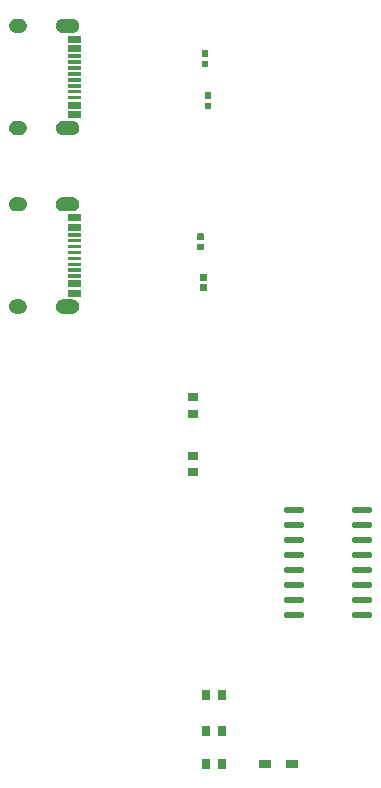
<source format=gtp>
G04 Layer: TopPasteMaskLayer*
G04 EasyEDA Pro v2.2.44.9, 2025-12-02 00:09:12*
G04 Gerber Generator version 0.3*
G04 Scale: 100 percent, Rotated: No, Reflected: No*
G04 Dimensions in millimeters*
G04 Leading zeros omitted, absolute positions, 4 integers and 5 decimals*
G04 Generated by one-click*
%FSLAX45Y45*%
%MOMM*%
%ADD10R,0.8X0.9*%
%ADD11R,0.9X0.8*%
%ADD12R,1.0X0.75001*%
%ADD13O,1.74501X0.55999*%
%ADD14C,0.9958*%
G75*


G04 PolygonModel Start*
G36*
G01X2690000Y6249200D02*
G01X2644000Y6249200D01*
G01X2640000Y6253201D01*
G01X2640000Y6303264D01*
G01X2644000Y6307265D01*
G01X2690000Y6307265D01*
G01X2694000Y6303264D01*
G01X2694000Y6253201D01*
G01X2690000Y6249200D01*
G37*
G36*
G01X2690000Y6222200D02*
G01X2644000Y6222200D01*
G01X2640000Y6218199D01*
G01X2640000Y6168136D01*
G01X2644000Y6164136D01*
G01X2690000Y6164136D01*
G01X2694000Y6168136D01*
G01X2694000Y6218199D01*
G01X2690000Y6222200D01*
G37*
G36*
G01X2715400Y5906300D02*
G01X2669400Y5906300D01*
G01X2665400Y5910301D01*
G01X2665400Y5960364D01*
G01X2669400Y5964365D01*
G01X2715400Y5964365D01*
G01X2719400Y5960364D01*
G01X2719400Y5910301D01*
G01X2715400Y5906300D01*
G37*
G36*
G01X2715400Y5879300D02*
G01X2669400Y5879300D01*
G01X2665400Y5875299D01*
G01X2665400Y5825236D01*
G01X2669400Y5821236D01*
G01X2715400Y5821236D01*
G01X2719400Y5825236D01*
G01X2719400Y5875299D01*
G01X2715400Y5879300D01*
G37*
G36*
G01X2728100Y7798600D02*
G01X2682100Y7798600D01*
G01X2678100Y7802601D01*
G01X2678100Y7852664D01*
G01X2682100Y7856665D01*
G01X2728100Y7856665D01*
G01X2732100Y7852664D01*
G01X2732100Y7802601D01*
G01X2728100Y7798600D01*
G37*
G36*
G01X2728100Y7771600D02*
G01X2682100Y7771600D01*
G01X2678100Y7767599D01*
G01X2678100Y7717536D01*
G01X2682100Y7713536D01*
G01X2728100Y7713536D01*
G01X2732100Y7717536D01*
G01X2732100Y7767599D01*
G01X2728100Y7771600D01*
G37*
G36*
G01X2753500Y7443000D02*
G01X2707500Y7443000D01*
G01X2703500Y7447001D01*
G01X2703500Y7497064D01*
G01X2707500Y7501065D01*
G01X2753500Y7501065D01*
G01X2757500Y7497064D01*
G01X2757500Y7447001D01*
G01X2753500Y7443000D01*
G37*
G36*
G01X2753500Y7416000D02*
G01X2707500Y7416000D01*
G01X2703500Y7411999D01*
G01X2703500Y7361936D01*
G01X2707500Y7357936D01*
G01X2753500Y7357936D01*
G01X2757500Y7361936D01*
G01X2757500Y7411999D01*
G01X2753500Y7416000D01*
G37*
G36*
G01X1541404Y5981393D02*
G01X1651404Y5981393D01*
G01X1651404Y6011395D01*
G01X1541404Y6011395D01*
G01X1541404Y5981393D01*
G37*
G36*
G01X1651404Y5961383D02*
G01X1541404Y5961383D01*
G01X1541404Y5931380D01*
G01X1651404Y5931380D01*
G01X1651404Y5961383D01*
G37*
G36*
G01X1651404Y6471402D02*
G01X1541404Y6471402D01*
G01X1541404Y6411402D01*
G01X1651404Y6411402D01*
G01X1651404Y6471402D01*
G37*
G36*
G01X1541404Y6031405D02*
G01X1651404Y6031405D01*
G01X1651404Y6061408D01*
G01X1541404Y6061408D01*
G01X1541404Y6031405D01*
G37*
G36*
G01X1651404Y5911383D02*
G01X1541404Y5911383D01*
G01X1541404Y5851383D01*
G01X1651404Y5851383D01*
G01X1651404Y5911383D01*
G37*
G36*
G01X1541404Y5771398D02*
G01X1651404Y5771398D01*
G01X1651404Y5831398D01*
G01X1541404Y5831398D01*
G01X1541404Y5771398D01*
G37*
G36*
G01X1541404Y6081392D02*
G01X1651404Y6081392D01*
G01X1651404Y6111395D01*
G01X1541404Y6111395D01*
G01X1541404Y6081392D01*
G37*
G36*
G01X1541404Y6131405D02*
G01X1651404Y6131405D01*
G01X1651404Y6161408D01*
G01X1541404Y6161408D01*
G01X1541404Y6131405D01*
G37*
G36*
G01X1651404Y6391392D02*
G01X1541404Y6391392D01*
G01X1541404Y6331392D01*
G01X1651404Y6331392D01*
G01X1651404Y6391392D01*
G37*
G36*
G01X1541404Y6181392D02*
G01X1651404Y6181392D01*
G01X1651404Y6211395D01*
G01X1541404Y6211395D01*
G01X1541404Y6181392D01*
G37*
G36*
G01X1541404Y6231379D02*
G01X1651404Y6231379D01*
G01X1651404Y6261382D01*
G01X1541404Y6261382D01*
G01X1541404Y6231379D01*
G37*
G36*
G01X1541404Y6281392D02*
G01X1651404Y6281392D01*
G01X1651404Y6311395D01*
G01X1541404Y6311395D01*
G01X1541404Y6281392D01*
G37*
G36*
G01X1641244Y5684418D02*
G01X1641394Y5687405D01*
G01X1641394Y5690398D01*
G01X1641244Y5693385D01*
G01X1640947Y5696361D01*
G01X1640500Y5699321D01*
G01X1639908Y5702252D01*
G01X1639169Y5705152D01*
G01X1638287Y5708010D01*
G01X1637264Y5710822D01*
G01X1636103Y5713578D01*
G01X1634805Y5716275D01*
G01X1633372Y5718901D01*
G01X1631813Y5721454D01*
G01X1630129Y5723926D01*
G01X1628320Y5726311D01*
G01X1626398Y5728602D01*
G01X1624363Y5730796D01*
G01X1622222Y5732884D01*
G01X1619979Y5734865D01*
G01X1617640Y5736730D01*
G01X1615211Y5738475D01*
G01X1612697Y5740098D01*
G01X1610106Y5741594D01*
G01X1607444Y5742960D01*
G01X1604719Y5744190D01*
G01X1601932Y5745282D01*
G01X1599098Y5746237D01*
G01X1596217Y5747047D01*
G01X1593301Y5747713D01*
G01X1590355Y5748231D01*
G01X1587386Y5748604D01*
G01X1584401Y5748828D01*
G01X1581412Y5748901D01*
G01X1501412Y5748901D01*
G01X1498422Y5748828D01*
G01X1495438Y5748604D01*
G01X1492468Y5748231D01*
G01X1489522Y5747713D01*
G01X1486606Y5747047D01*
G01X1483726Y5746237D01*
G01X1480891Y5745282D01*
G01X1478105Y5744190D01*
G01X1475379Y5742960D01*
G01X1472717Y5741594D01*
G01X1470127Y5740098D01*
G01X1467612Y5738475D01*
G01X1465184Y5736730D01*
G01X1462844Y5734865D01*
G01X1460602Y5732884D01*
G01X1458460Y5730796D01*
G01X1456426Y5728602D01*
G01X1454503Y5726311D01*
G01X1452695Y5723926D01*
G01X1451011Y5721454D01*
G01X1449451Y5718901D01*
G01X1448018Y5716275D01*
G01X1446721Y5713578D01*
G01X1445560Y5710822D01*
G01X1444536Y5708010D01*
G01X1443655Y5705152D01*
G01X1442916Y5702252D01*
G01X1442324Y5699321D01*
G01X1441877Y5696361D01*
G01X1441580Y5693385D01*
G01X1441430Y5690398D01*
G01X1441430Y5687405D01*
G01X1441580Y5684418D01*
G01X1441877Y5681442D01*
G01X1442324Y5678482D01*
G01X1442916Y5675551D01*
G01X1443655Y5672651D01*
G01X1444536Y5669793D01*
G01X1445560Y5666981D01*
G01X1446721Y5664225D01*
G01X1448018Y5661528D01*
G01X1449451Y5658902D01*
G01X1451011Y5656349D01*
G01X1452695Y5653877D01*
G01X1454503Y5651492D01*
G01X1456426Y5649201D01*
G01X1458460Y5647007D01*
G01X1460602Y5644919D01*
G01X1462844Y5642938D01*
G01X1465184Y5641073D01*
G01X1467612Y5639328D01*
G01X1470127Y5637705D01*
G01X1472717Y5636209D01*
G01X1475379Y5634843D01*
G01X1478105Y5633613D01*
G01X1480891Y5632521D01*
G01X1483726Y5631566D01*
G01X1486606Y5630756D01*
G01X1489522Y5630090D01*
G01X1492468Y5629572D01*
G01X1495438Y5629199D01*
G01X1498422Y5628975D01*
G01X1501412Y5628902D01*
G01X1581412Y5628902D01*
G01X1584401Y5628975D01*
G01X1587386Y5629199D01*
G01X1590355Y5629572D01*
G01X1593301Y5630090D01*
G01X1596217Y5630756D01*
G01X1599098Y5631566D01*
G01X1601932Y5632521D01*
G01X1604719Y5633613D01*
G01X1607444Y5634843D01*
G01X1610106Y5636209D01*
G01X1612697Y5637705D01*
G01X1615211Y5639328D01*
G01X1617640Y5641073D01*
G01X1619979Y5642938D01*
G01X1622222Y5644919D01*
G01X1624363Y5647007D01*
G01X1626398Y5649201D01*
G01X1628320Y5651492D01*
G01X1630129Y5653877D01*
G01X1631813Y5656349D01*
G01X1633372Y5658902D01*
G01X1634805Y5661528D01*
G01X1636103Y5664225D01*
G01X1637264Y5666981D01*
G01X1638287Y5669793D01*
G01X1639169Y5672651D01*
G01X1639908Y5675551D01*
G01X1640500Y5678482D01*
G01X1640947Y5681442D01*
G01X1641244Y5684418D01*
G37*
G36*
G01X1641394Y6555395D02*
G01X1641244Y6558382D01*
G01X1640947Y6561358D01*
G01X1640500Y6564318D01*
G01X1639908Y6567249D01*
G01X1639169Y6570149D01*
G01X1638287Y6573007D01*
G01X1637264Y6575819D01*
G01X1636103Y6578575D01*
G01X1634805Y6581272D01*
G01X1633372Y6583898D01*
G01X1631813Y6586451D01*
G01X1630129Y6588923D01*
G01X1628320Y6591308D01*
G01X1626398Y6593599D01*
G01X1624363Y6595793D01*
G01X1622222Y6597881D01*
G01X1619979Y6599862D01*
G01X1617640Y6601727D01*
G01X1615211Y6603472D01*
G01X1612697Y6605095D01*
G01X1610106Y6606591D01*
G01X1607444Y6607957D01*
G01X1604719Y6609187D01*
G01X1601932Y6610279D01*
G01X1599098Y6611234D01*
G01X1596217Y6612044D01*
G01X1593301Y6612710D01*
G01X1590355Y6613228D01*
G01X1587386Y6613601D01*
G01X1584401Y6613825D01*
G01X1581412Y6613898D01*
G01X1501412Y6613898D01*
G01X1498422Y6613825D01*
G01X1495438Y6613601D01*
G01X1492468Y6613228D01*
G01X1489522Y6612710D01*
G01X1486606Y6612044D01*
G01X1483726Y6611234D01*
G01X1480891Y6610279D01*
G01X1478105Y6609187D01*
G01X1475379Y6607957D01*
G01X1472717Y6606591D01*
G01X1470127Y6605095D01*
G01X1467612Y6603472D01*
G01X1465184Y6601727D01*
G01X1462844Y6599862D01*
G01X1460602Y6597881D01*
G01X1458460Y6595793D01*
G01X1456426Y6593599D01*
G01X1454503Y6591308D01*
G01X1452695Y6588923D01*
G01X1451011Y6586451D01*
G01X1449451Y6583898D01*
G01X1448018Y6581272D01*
G01X1446721Y6578575D01*
G01X1445560Y6575819D01*
G01X1444536Y6573007D01*
G01X1443655Y6570149D01*
G01X1442916Y6567249D01*
G01X1442324Y6564318D01*
G01X1441877Y6561358D01*
G01X1441580Y6558382D01*
G01X1441430Y6555395D01*
G01X1441430Y6552402D01*
G01X1441580Y6549415D01*
G01X1441877Y6546439D01*
G01X1442324Y6543479D01*
G01X1442916Y6540548D01*
G01X1443655Y6537648D01*
G01X1444536Y6534790D01*
G01X1445560Y6531978D01*
G01X1446721Y6529222D01*
G01X1448018Y6526525D01*
G01X1449451Y6523899D01*
G01X1451011Y6521346D01*
G01X1452695Y6518874D01*
G01X1454503Y6516489D01*
G01X1456426Y6514198D01*
G01X1458460Y6512004D01*
G01X1460602Y6509916D01*
G01X1462844Y6507935D01*
G01X1465184Y6506070D01*
G01X1467612Y6504325D01*
G01X1470127Y6502702D01*
G01X1472717Y6501206D01*
G01X1475379Y6499840D01*
G01X1478105Y6498610D01*
G01X1480891Y6497518D01*
G01X1483726Y6496563D01*
G01X1486606Y6495753D01*
G01X1489522Y6495087D01*
G01X1492468Y6494569D01*
G01X1495438Y6494196D01*
G01X1498422Y6493972D01*
G01X1501412Y6493899D01*
G01X1581412Y6493899D01*
G01X1584401Y6493972D01*
G01X1587386Y6494196D01*
G01X1590355Y6494569D01*
G01X1593301Y6495087D01*
G01X1596217Y6495753D01*
G01X1599098Y6496563D01*
G01X1601932Y6497518D01*
G01X1604719Y6498610D01*
G01X1607444Y6499840D01*
G01X1610106Y6501206D01*
G01X1612697Y6502702D01*
G01X1615211Y6504325D01*
G01X1617640Y6506070D01*
G01X1619979Y6507935D01*
G01X1622222Y6509916D01*
G01X1624363Y6512004D01*
G01X1626398Y6514198D01*
G01X1628320Y6516489D01*
G01X1630129Y6518874D01*
G01X1631813Y6521346D01*
G01X1633372Y6523899D01*
G01X1634805Y6526525D01*
G01X1636103Y6529222D01*
G01X1637264Y6531978D01*
G01X1638287Y6534790D01*
G01X1639169Y6537648D01*
G01X1639908Y6540548D01*
G01X1640500Y6543479D01*
G01X1640947Y6546439D01*
G01X1641244Y6549415D01*
G01X1641394Y6552402D01*
G01X1641394Y6555395D01*
G37*
G36*
G01X1196228Y6549415D02*
G01X1196378Y6552402D01*
G01X1196378Y6555395D01*
G01X1196228Y6558382D01*
G01X1195931Y6561358D01*
G01X1195484Y6564318D01*
G01X1194892Y6567249D01*
G01X1194153Y6570149D01*
G01X1193272Y6573007D01*
G01X1192248Y6575819D01*
G01X1191087Y6578575D01*
G01X1189789Y6581272D01*
G01X1188357Y6583898D01*
G01X1186797Y6586451D01*
G01X1185113Y6588923D01*
G01X1183305Y6591308D01*
G01X1181382Y6593599D01*
G01X1179347Y6595793D01*
G01X1177206Y6597881D01*
G01X1174963Y6599862D01*
G01X1172624Y6601727D01*
G01X1170196Y6603472D01*
G01X1167681Y6605095D01*
G01X1165090Y6606591D01*
G01X1162428Y6607957D01*
G01X1159703Y6609187D01*
G01X1156917Y6610279D01*
G01X1154082Y6611234D01*
G01X1151202Y6612044D01*
G01X1148286Y6612710D01*
G01X1145339Y6613228D01*
G01X1142370Y6613601D01*
G01X1139386Y6613825D01*
G01X1136396Y6613898D01*
G01X1106396Y6613898D01*
G01X1103406Y6613825D01*
G01X1100422Y6613601D01*
G01X1097453Y6613228D01*
G01X1094506Y6612710D01*
G01X1091590Y6612044D01*
G01X1088710Y6611234D01*
G01X1085875Y6610279D01*
G01X1083089Y6609187D01*
G01X1080364Y6607957D01*
G01X1077702Y6606591D01*
G01X1075111Y6605095D01*
G01X1072596Y6603472D01*
G01X1070168Y6601727D01*
G01X1067829Y6599862D01*
G01X1065586Y6597881D01*
G01X1063445Y6595793D01*
G01X1061410Y6593599D01*
G01X1059487Y6591308D01*
G01X1057679Y6588923D01*
G01X1055995Y6586451D01*
G01X1054435Y6583898D01*
G01X1053003Y6581272D01*
G01X1051705Y6578575D01*
G01X1050544Y6575819D01*
G01X1049520Y6573007D01*
G01X1048639Y6570149D01*
G01X1047900Y6567249D01*
G01X1047308Y6564318D01*
G01X1046861Y6561358D01*
G01X1046564Y6558382D01*
G01X1046414Y6555395D01*
G01X1046414Y6552402D01*
G01X1046564Y6549415D01*
G01X1046861Y6546439D01*
G01X1047308Y6543479D01*
G01X1047900Y6540548D01*
G01X1048639Y6537648D01*
G01X1049520Y6534790D01*
G01X1050544Y6531978D01*
G01X1051705Y6529222D01*
G01X1053003Y6526525D01*
G01X1054435Y6523899D01*
G01X1055995Y6521346D01*
G01X1057679Y6518874D01*
G01X1059487Y6516489D01*
G01X1061410Y6514198D01*
G01X1063445Y6512004D01*
G01X1065586Y6509916D01*
G01X1067829Y6507935D01*
G01X1070168Y6506070D01*
G01X1072596Y6504325D01*
G01X1075111Y6502702D01*
G01X1077702Y6501206D01*
G01X1080364Y6499840D01*
G01X1083089Y6498610D01*
G01X1085875Y6497518D01*
G01X1088710Y6496563D01*
G01X1091590Y6495753D01*
G01X1094506Y6495087D01*
G01X1097453Y6494569D01*
G01X1100422Y6494196D01*
G01X1103406Y6493972D01*
G01X1106396Y6493899D01*
G01X1136396Y6493899D01*
G01X1139386Y6493972D01*
G01X1142370Y6494196D01*
G01X1145339Y6494569D01*
G01X1148286Y6495087D01*
G01X1151202Y6495753D01*
G01X1154082Y6496563D01*
G01X1156917Y6497518D01*
G01X1159703Y6498610D01*
G01X1162428Y6499840D01*
G01X1165090Y6501206D01*
G01X1167681Y6502702D01*
G01X1170196Y6504325D01*
G01X1172624Y6506070D01*
G01X1174963Y6507935D01*
G01X1177206Y6509916D01*
G01X1179347Y6512004D01*
G01X1181382Y6514198D01*
G01X1183305Y6516489D01*
G01X1185113Y6518874D01*
G01X1186797Y6521346D01*
G01X1188357Y6523899D01*
G01X1189789Y6526525D01*
G01X1191087Y6529222D01*
G01X1192248Y6531978D01*
G01X1193272Y6534790D01*
G01X1194153Y6537648D01*
G01X1194892Y6540548D01*
G01X1195484Y6543479D01*
G01X1195931Y6546439D01*
G01X1196228Y6549415D01*
G37*
G36*
G01X1196378Y5690398D02*
G01X1196228Y5693385D01*
G01X1195931Y5696361D01*
G01X1195484Y5699321D01*
G01X1194892Y5702252D01*
G01X1194153Y5705152D01*
G01X1193272Y5708010D01*
G01X1192248Y5710822D01*
G01X1191087Y5713578D01*
G01X1189789Y5716275D01*
G01X1188357Y5718901D01*
G01X1186797Y5721454D01*
G01X1185113Y5723926D01*
G01X1183305Y5726311D01*
G01X1181382Y5728602D01*
G01X1179347Y5730796D01*
G01X1177206Y5732884D01*
G01X1174963Y5734865D01*
G01X1172624Y5736730D01*
G01X1170196Y5738475D01*
G01X1167681Y5740098D01*
G01X1165090Y5741594D01*
G01X1162428Y5742960D01*
G01X1159703Y5744190D01*
G01X1156917Y5745282D01*
G01X1154082Y5746237D01*
G01X1151202Y5747047D01*
G01X1148286Y5747713D01*
G01X1145339Y5748231D01*
G01X1142370Y5748604D01*
G01X1139386Y5748828D01*
G01X1136396Y5748901D01*
G01X1106396Y5748901D01*
G01X1103406Y5748828D01*
G01X1100422Y5748604D01*
G01X1097453Y5748231D01*
G01X1094506Y5747713D01*
G01X1091590Y5747047D01*
G01X1088710Y5746237D01*
G01X1085875Y5745282D01*
G01X1083089Y5744190D01*
G01X1080364Y5742960D01*
G01X1077702Y5741594D01*
G01X1075111Y5740098D01*
G01X1072596Y5738475D01*
G01X1070168Y5736730D01*
G01X1067829Y5734865D01*
G01X1065586Y5732884D01*
G01X1063445Y5730796D01*
G01X1061410Y5728602D01*
G01X1059487Y5726311D01*
G01X1057679Y5723926D01*
G01X1055995Y5721454D01*
G01X1054435Y5718901D01*
G01X1053003Y5716275D01*
G01X1051705Y5713578D01*
G01X1050544Y5710822D01*
G01X1049520Y5708010D01*
G01X1048639Y5705152D01*
G01X1047900Y5702252D01*
G01X1047308Y5699321D01*
G01X1046861Y5696361D01*
G01X1046564Y5693385D01*
G01X1046414Y5690398D01*
G01X1046414Y5687405D01*
G01X1046564Y5684418D01*
G01X1046861Y5681442D01*
G01X1047308Y5678482D01*
G01X1047900Y5675551D01*
G01X1048639Y5672651D01*
G01X1049520Y5669793D01*
G01X1050544Y5666981D01*
G01X1051705Y5664225D01*
G01X1053003Y5661528D01*
G01X1054435Y5658902D01*
G01X1055995Y5656349D01*
G01X1057679Y5653877D01*
G01X1059487Y5651492D01*
G01X1061410Y5649201D01*
G01X1063445Y5647007D01*
G01X1065586Y5644919D01*
G01X1067829Y5642938D01*
G01X1070168Y5641073D01*
G01X1072596Y5639328D01*
G01X1075111Y5637705D01*
G01X1077702Y5636209D01*
G01X1080364Y5634843D01*
G01X1083089Y5633613D01*
G01X1085875Y5632521D01*
G01X1088710Y5631566D01*
G01X1091590Y5630756D01*
G01X1094506Y5630090D01*
G01X1097453Y5629572D01*
G01X1100422Y5629199D01*
G01X1103406Y5628975D01*
G01X1106396Y5628902D01*
G01X1136396Y5628902D01*
G01X1139386Y5628975D01*
G01X1142370Y5629199D01*
G01X1145339Y5629572D01*
G01X1148286Y5630090D01*
G01X1151202Y5630756D01*
G01X1154082Y5631566D01*
G01X1156917Y5632521D01*
G01X1159703Y5633613D01*
G01X1162428Y5634843D01*
G01X1165090Y5636209D01*
G01X1167681Y5637705D01*
G01X1170196Y5639328D01*
G01X1172624Y5641073D01*
G01X1174963Y5642938D01*
G01X1177206Y5644919D01*
G01X1179347Y5647007D01*
G01X1181382Y5649201D01*
G01X1183305Y5651492D01*
G01X1185113Y5653877D01*
G01X1186797Y5656349D01*
G01X1188357Y5658902D01*
G01X1189789Y5661528D01*
G01X1191087Y5664225D01*
G01X1192248Y5666981D01*
G01X1193272Y5669793D01*
G01X1194153Y5672651D01*
G01X1194892Y5675551D01*
G01X1195484Y5678482D01*
G01X1195931Y5681442D01*
G01X1196228Y5684418D01*
G01X1196378Y5687405D01*
G01X1196378Y5690398D01*
G37*
G36*
G01X1541404Y7492693D02*
G01X1651404Y7492693D01*
G01X1651404Y7522695D01*
G01X1541404Y7522695D01*
G01X1541404Y7492693D01*
G37*
G36*
G01X1651404Y7472683D02*
G01X1541404Y7472683D01*
G01X1541404Y7442680D01*
G01X1651404Y7442680D01*
G01X1651404Y7472683D01*
G37*
G36*
G01X1651404Y7982702D02*
G01X1541404Y7982702D01*
G01X1541404Y7922702D01*
G01X1651404Y7922702D01*
G01X1651404Y7982702D01*
G37*
G36*
G01X1541404Y7542705D02*
G01X1651404Y7542705D01*
G01X1651404Y7572708D01*
G01X1541404Y7572708D01*
G01X1541404Y7542705D01*
G37*
G36*
G01X1651404Y7422683D02*
G01X1541404Y7422683D01*
G01X1541404Y7362683D01*
G01X1651404Y7362683D01*
G01X1651404Y7422683D01*
G37*
G36*
G01X1541404Y7282698D02*
G01X1651404Y7282698D01*
G01X1651404Y7342698D01*
G01X1541404Y7342698D01*
G01X1541404Y7282698D01*
G37*
G36*
G01X1541404Y7592692D02*
G01X1651404Y7592692D01*
G01X1651404Y7622695D01*
G01X1541404Y7622695D01*
G01X1541404Y7592692D01*
G37*
G36*
G01X1541404Y7642705D02*
G01X1651404Y7642705D01*
G01X1651404Y7672708D01*
G01X1541404Y7672708D01*
G01X1541404Y7642705D01*
G37*
G36*
G01X1651404Y7902692D02*
G01X1541404Y7902692D01*
G01X1541404Y7842692D01*
G01X1651404Y7842692D01*
G01X1651404Y7902692D01*
G37*
G36*
G01X1541404Y7692692D02*
G01X1651404Y7692692D01*
G01X1651404Y7722695D01*
G01X1541404Y7722695D01*
G01X1541404Y7692692D01*
G37*
G36*
G01X1541404Y7742679D02*
G01X1651404Y7742679D01*
G01X1651404Y7772682D01*
G01X1541404Y7772682D01*
G01X1541404Y7742679D01*
G37*
G36*
G01X1541404Y7792692D02*
G01X1651404Y7792692D01*
G01X1651404Y7822695D01*
G01X1541404Y7822695D01*
G01X1541404Y7792692D01*
G37*
G36*
G01X1641244Y7195718D02*
G01X1641394Y7198705D01*
G01X1641394Y7201698D01*
G01X1641244Y7204685D01*
G01X1640947Y7207661D01*
G01X1640500Y7210621D01*
G01X1639908Y7213552D01*
G01X1639169Y7216452D01*
G01X1638287Y7219310D01*
G01X1637264Y7222122D01*
G01X1636103Y7224878D01*
G01X1634805Y7227575D01*
G01X1633372Y7230201D01*
G01X1631813Y7232754D01*
G01X1630129Y7235226D01*
G01X1628320Y7237611D01*
G01X1626398Y7239902D01*
G01X1624363Y7242096D01*
G01X1622222Y7244184D01*
G01X1619979Y7246165D01*
G01X1617640Y7248030D01*
G01X1615211Y7249775D01*
G01X1612697Y7251398D01*
G01X1610106Y7252894D01*
G01X1607444Y7254260D01*
G01X1604719Y7255490D01*
G01X1601932Y7256582D01*
G01X1599098Y7257537D01*
G01X1596217Y7258347D01*
G01X1593301Y7259013D01*
G01X1590355Y7259531D01*
G01X1587386Y7259904D01*
G01X1584401Y7260128D01*
G01X1581412Y7260201D01*
G01X1501412Y7260201D01*
G01X1498422Y7260128D01*
G01X1495438Y7259904D01*
G01X1492468Y7259531D01*
G01X1489522Y7259013D01*
G01X1486606Y7258347D01*
G01X1483726Y7257537D01*
G01X1480891Y7256582D01*
G01X1478105Y7255490D01*
G01X1475379Y7254260D01*
G01X1472717Y7252894D01*
G01X1470127Y7251398D01*
G01X1467612Y7249775D01*
G01X1465184Y7248030D01*
G01X1462844Y7246165D01*
G01X1460602Y7244184D01*
G01X1458460Y7242096D01*
G01X1456426Y7239902D01*
G01X1454503Y7237611D01*
G01X1452695Y7235226D01*
G01X1451011Y7232754D01*
G01X1449451Y7230201D01*
G01X1448018Y7227575D01*
G01X1446721Y7224878D01*
G01X1445560Y7222122D01*
G01X1444536Y7219310D01*
G01X1443655Y7216452D01*
G01X1442916Y7213552D01*
G01X1442324Y7210621D01*
G01X1441877Y7207661D01*
G01X1441580Y7204685D01*
G01X1441430Y7201698D01*
G01X1441430Y7198705D01*
G01X1441580Y7195718D01*
G01X1441877Y7192742D01*
G01X1442324Y7189782D01*
G01X1442916Y7186851D01*
G01X1443655Y7183951D01*
G01X1444536Y7181093D01*
G01X1445560Y7178281D01*
G01X1446721Y7175525D01*
G01X1448018Y7172828D01*
G01X1449451Y7170202D01*
G01X1451011Y7167649D01*
G01X1452695Y7165177D01*
G01X1454503Y7162792D01*
G01X1456426Y7160501D01*
G01X1458460Y7158307D01*
G01X1460602Y7156219D01*
G01X1462844Y7154238D01*
G01X1465184Y7152373D01*
G01X1467612Y7150628D01*
G01X1470127Y7149005D01*
G01X1472717Y7147509D01*
G01X1475379Y7146143D01*
G01X1478105Y7144913D01*
G01X1480891Y7143821D01*
G01X1483726Y7142866D01*
G01X1486606Y7142056D01*
G01X1489522Y7141390D01*
G01X1492468Y7140872D01*
G01X1495438Y7140499D01*
G01X1498422Y7140275D01*
G01X1501412Y7140202D01*
G01X1581412Y7140202D01*
G01X1584401Y7140275D01*
G01X1587386Y7140499D01*
G01X1590355Y7140872D01*
G01X1593301Y7141390D01*
G01X1596217Y7142056D01*
G01X1599098Y7142866D01*
G01X1601932Y7143821D01*
G01X1604719Y7144913D01*
G01X1607444Y7146143D01*
G01X1610106Y7147509D01*
G01X1612697Y7149005D01*
G01X1615211Y7150628D01*
G01X1617640Y7152373D01*
G01X1619979Y7154238D01*
G01X1622222Y7156219D01*
G01X1624363Y7158307D01*
G01X1626398Y7160501D01*
G01X1628320Y7162792D01*
G01X1630129Y7165177D01*
G01X1631813Y7167649D01*
G01X1633372Y7170202D01*
G01X1634805Y7172828D01*
G01X1636103Y7175525D01*
G01X1637264Y7178281D01*
G01X1638287Y7181093D01*
G01X1639169Y7183951D01*
G01X1639908Y7186851D01*
G01X1640500Y7189782D01*
G01X1640947Y7192742D01*
G01X1641244Y7195718D01*
G37*
G36*
G01X1641394Y8066695D02*
G01X1641244Y8069682D01*
G01X1640947Y8072658D01*
G01X1640500Y8075618D01*
G01X1639908Y8078549D01*
G01X1639169Y8081449D01*
G01X1638287Y8084307D01*
G01X1637264Y8087119D01*
G01X1636103Y8089875D01*
G01X1634805Y8092572D01*
G01X1633372Y8095198D01*
G01X1631813Y8097751D01*
G01X1630129Y8100223D01*
G01X1628320Y8102608D01*
G01X1626398Y8104899D01*
G01X1624363Y8107093D01*
G01X1622222Y8109181D01*
G01X1619979Y8111162D01*
G01X1617640Y8113027D01*
G01X1615211Y8114772D01*
G01X1612697Y8116395D01*
G01X1610106Y8117891D01*
G01X1607444Y8119257D01*
G01X1604719Y8120487D01*
G01X1601932Y8121579D01*
G01X1599098Y8122534D01*
G01X1596217Y8123344D01*
G01X1593301Y8124010D01*
G01X1590355Y8124528D01*
G01X1587386Y8124901D01*
G01X1584401Y8125125D01*
G01X1581412Y8125198D01*
G01X1501412Y8125198D01*
G01X1498422Y8125125D01*
G01X1495438Y8124901D01*
G01X1492468Y8124528D01*
G01X1489522Y8124010D01*
G01X1486606Y8123344D01*
G01X1483726Y8122534D01*
G01X1480891Y8121579D01*
G01X1478105Y8120487D01*
G01X1475379Y8119257D01*
G01X1472717Y8117891D01*
G01X1470127Y8116395D01*
G01X1467612Y8114772D01*
G01X1465184Y8113027D01*
G01X1462844Y8111162D01*
G01X1460602Y8109181D01*
G01X1458460Y8107093D01*
G01X1456426Y8104899D01*
G01X1454503Y8102608D01*
G01X1452695Y8100223D01*
G01X1451011Y8097751D01*
G01X1449451Y8095198D01*
G01X1448018Y8092572D01*
G01X1446721Y8089875D01*
G01X1445560Y8087119D01*
G01X1444536Y8084307D01*
G01X1443655Y8081449D01*
G01X1442916Y8078549D01*
G01X1442324Y8075618D01*
G01X1441877Y8072658D01*
G01X1441580Y8069682D01*
G01X1441430Y8066695D01*
G01X1441430Y8063702D01*
G01X1441580Y8060715D01*
G01X1441877Y8057739D01*
G01X1442324Y8054779D01*
G01X1442916Y8051848D01*
G01X1443655Y8048948D01*
G01X1444536Y8046090D01*
G01X1445560Y8043278D01*
G01X1446721Y8040522D01*
G01X1448018Y8037825D01*
G01X1449451Y8035199D01*
G01X1451011Y8032646D01*
G01X1452695Y8030174D01*
G01X1454503Y8027789D01*
G01X1456426Y8025498D01*
G01X1458460Y8023304D01*
G01X1460602Y8021216D01*
G01X1462844Y8019235D01*
G01X1465184Y8017370D01*
G01X1467612Y8015625D01*
G01X1470127Y8014002D01*
G01X1472717Y8012506D01*
G01X1475379Y8011140D01*
G01X1478105Y8009910D01*
G01X1480891Y8008818D01*
G01X1483726Y8007863D01*
G01X1486606Y8007053D01*
G01X1489522Y8006387D01*
G01X1492468Y8005869D01*
G01X1495438Y8005496D01*
G01X1498422Y8005272D01*
G01X1501412Y8005199D01*
G01X1581412Y8005199D01*
G01X1584401Y8005272D01*
G01X1587386Y8005496D01*
G01X1590355Y8005869D01*
G01X1593301Y8006387D01*
G01X1596217Y8007053D01*
G01X1599098Y8007863D01*
G01X1601932Y8008818D01*
G01X1604719Y8009910D01*
G01X1607444Y8011140D01*
G01X1610106Y8012506D01*
G01X1612697Y8014002D01*
G01X1615211Y8015625D01*
G01X1617640Y8017370D01*
G01X1619979Y8019235D01*
G01X1622222Y8021216D01*
G01X1624363Y8023304D01*
G01X1626398Y8025498D01*
G01X1628320Y8027789D01*
G01X1630129Y8030174D01*
G01X1631813Y8032646D01*
G01X1633372Y8035199D01*
G01X1634805Y8037825D01*
G01X1636103Y8040522D01*
G01X1637264Y8043278D01*
G01X1638287Y8046090D01*
G01X1639169Y8048948D01*
G01X1639908Y8051848D01*
G01X1640500Y8054779D01*
G01X1640947Y8057739D01*
G01X1641244Y8060715D01*
G01X1641394Y8063702D01*
G01X1641394Y8066695D01*
G37*
G36*
G01X1196228Y8060715D02*
G01X1196378Y8063702D01*
G01X1196378Y8066695D01*
G01X1196228Y8069682D01*
G01X1195931Y8072658D01*
G01X1195484Y8075618D01*
G01X1194892Y8078549D01*
G01X1194153Y8081449D01*
G01X1193272Y8084307D01*
G01X1192248Y8087119D01*
G01X1191087Y8089875D01*
G01X1189789Y8092572D01*
G01X1188357Y8095198D01*
G01X1186797Y8097751D01*
G01X1185113Y8100223D01*
G01X1183305Y8102608D01*
G01X1181382Y8104899D01*
G01X1179347Y8107093D01*
G01X1177206Y8109181D01*
G01X1174963Y8111162D01*
G01X1172624Y8113027D01*
G01X1170196Y8114772D01*
G01X1167681Y8116395D01*
G01X1165090Y8117891D01*
G01X1162428Y8119257D01*
G01X1159703Y8120487D01*
G01X1156917Y8121579D01*
G01X1154082Y8122534D01*
G01X1151202Y8123344D01*
G01X1148286Y8124010D01*
G01X1145339Y8124528D01*
G01X1142370Y8124901D01*
G01X1139386Y8125125D01*
G01X1136396Y8125198D01*
G01X1106396Y8125198D01*
G01X1103406Y8125125D01*
G01X1100422Y8124901D01*
G01X1097453Y8124528D01*
G01X1094506Y8124010D01*
G01X1091590Y8123344D01*
G01X1088710Y8122534D01*
G01X1085875Y8121579D01*
G01X1083089Y8120487D01*
G01X1080364Y8119257D01*
G01X1077702Y8117891D01*
G01X1075111Y8116395D01*
G01X1072596Y8114772D01*
G01X1070168Y8113027D01*
G01X1067829Y8111162D01*
G01X1065586Y8109181D01*
G01X1063445Y8107093D01*
G01X1061410Y8104899D01*
G01X1059487Y8102608D01*
G01X1057679Y8100223D01*
G01X1055995Y8097751D01*
G01X1054435Y8095198D01*
G01X1053003Y8092572D01*
G01X1051705Y8089875D01*
G01X1050544Y8087119D01*
G01X1049520Y8084307D01*
G01X1048639Y8081449D01*
G01X1047900Y8078549D01*
G01X1047308Y8075618D01*
G01X1046861Y8072658D01*
G01X1046564Y8069682D01*
G01X1046414Y8066695D01*
G01X1046414Y8063702D01*
G01X1046564Y8060715D01*
G01X1046861Y8057739D01*
G01X1047308Y8054779D01*
G01X1047900Y8051848D01*
G01X1048639Y8048948D01*
G01X1049520Y8046090D01*
G01X1050544Y8043278D01*
G01X1051705Y8040522D01*
G01X1053003Y8037825D01*
G01X1054435Y8035199D01*
G01X1055995Y8032646D01*
G01X1057679Y8030174D01*
G01X1059487Y8027789D01*
G01X1061410Y8025498D01*
G01X1063445Y8023304D01*
G01X1065586Y8021216D01*
G01X1067829Y8019235D01*
G01X1070168Y8017370D01*
G01X1072596Y8015625D01*
G01X1075111Y8014002D01*
G01X1077702Y8012506D01*
G01X1080364Y8011140D01*
G01X1083089Y8009910D01*
G01X1085875Y8008818D01*
G01X1088710Y8007863D01*
G01X1091590Y8007053D01*
G01X1094506Y8006387D01*
G01X1097453Y8005869D01*
G01X1100422Y8005496D01*
G01X1103406Y8005272D01*
G01X1106396Y8005199D01*
G01X1136396Y8005199D01*
G01X1139386Y8005272D01*
G01X1142370Y8005496D01*
G01X1145339Y8005869D01*
G01X1148286Y8006387D01*
G01X1151202Y8007053D01*
G01X1154082Y8007863D01*
G01X1156917Y8008818D01*
G01X1159703Y8009910D01*
G01X1162428Y8011140D01*
G01X1165090Y8012506D01*
G01X1167681Y8014002D01*
G01X1170196Y8015625D01*
G01X1172624Y8017370D01*
G01X1174963Y8019235D01*
G01X1177206Y8021216D01*
G01X1179347Y8023304D01*
G01X1181382Y8025498D01*
G01X1183305Y8027789D01*
G01X1185113Y8030174D01*
G01X1186797Y8032646D01*
G01X1188357Y8035199D01*
G01X1189789Y8037825D01*
G01X1191087Y8040522D01*
G01X1192248Y8043278D01*
G01X1193272Y8046090D01*
G01X1194153Y8048948D01*
G01X1194892Y8051848D01*
G01X1195484Y8054779D01*
G01X1195931Y8057739D01*
G01X1196228Y8060715D01*
G37*
G36*
G01X1196378Y7201698D02*
G01X1196228Y7204685D01*
G01X1195931Y7207661D01*
G01X1195484Y7210621D01*
G01X1194892Y7213552D01*
G01X1194153Y7216452D01*
G01X1193272Y7219310D01*
G01X1192248Y7222122D01*
G01X1191087Y7224878D01*
G01X1189789Y7227575D01*
G01X1188357Y7230201D01*
G01X1186797Y7232754D01*
G01X1185113Y7235226D01*
G01X1183305Y7237611D01*
G01X1181382Y7239902D01*
G01X1179347Y7242096D01*
G01X1177206Y7244184D01*
G01X1174963Y7246165D01*
G01X1172624Y7248030D01*
G01X1170196Y7249775D01*
G01X1167681Y7251398D01*
G01X1165090Y7252894D01*
G01X1162428Y7254260D01*
G01X1159703Y7255490D01*
G01X1156917Y7256582D01*
G01X1154082Y7257537D01*
G01X1151202Y7258347D01*
G01X1148286Y7259013D01*
G01X1145339Y7259531D01*
G01X1142370Y7259904D01*
G01X1139386Y7260128D01*
G01X1136396Y7260201D01*
G01X1106396Y7260201D01*
G01X1103406Y7260128D01*
G01X1100422Y7259904D01*
G01X1097453Y7259531D01*
G01X1094506Y7259013D01*
G01X1091590Y7258347D01*
G01X1088710Y7257537D01*
G01X1085875Y7256582D01*
G01X1083089Y7255490D01*
G01X1080364Y7254260D01*
G01X1077702Y7252894D01*
G01X1075111Y7251398D01*
G01X1072596Y7249775D01*
G01X1070168Y7248030D01*
G01X1067829Y7246165D01*
G01X1065586Y7244184D01*
G01X1063445Y7242096D01*
G01X1061410Y7239902D01*
G01X1059487Y7237611D01*
G01X1057679Y7235226D01*
G01X1055995Y7232754D01*
G01X1054435Y7230201D01*
G01X1053003Y7227575D01*
G01X1051705Y7224878D01*
G01X1050544Y7222122D01*
G01X1049520Y7219310D01*
G01X1048639Y7216452D01*
G01X1047900Y7213552D01*
G01X1047308Y7210621D01*
G01X1046861Y7207661D01*
G01X1046564Y7204685D01*
G01X1046414Y7201698D01*
G01X1046414Y7198705D01*
G01X1046564Y7195718D01*
G01X1046861Y7192742D01*
G01X1047308Y7189782D01*
G01X1047900Y7186851D01*
G01X1048639Y7183951D01*
G01X1049520Y7181093D01*
G01X1050544Y7178281D01*
G01X1051705Y7175525D01*
G01X1053003Y7172828D01*
G01X1054435Y7170202D01*
G01X1055995Y7167649D01*
G01X1057679Y7165177D01*
G01X1059487Y7162792D01*
G01X1061410Y7160501D01*
G01X1063445Y7158307D01*
G01X1065586Y7156219D01*
G01X1067829Y7154238D01*
G01X1070168Y7152373D01*
G01X1072596Y7150628D01*
G01X1075111Y7149005D01*
G01X1077702Y7147509D01*
G01X1080364Y7146143D01*
G01X1083089Y7144913D01*
G01X1085875Y7143821D01*
G01X1088710Y7142866D01*
G01X1091590Y7142056D01*
G01X1094506Y7141390D01*
G01X1097453Y7140872D01*
G01X1100422Y7140499D01*
G01X1103406Y7140275D01*
G01X1106396Y7140202D01*
G01X1136396Y7140202D01*
G01X1139386Y7140275D01*
G01X1142370Y7140499D01*
G01X1145339Y7140872D01*
G01X1148286Y7141390D01*
G01X1151202Y7142056D01*
G01X1154082Y7142866D01*
G01X1156917Y7143821D01*
G01X1159703Y7144913D01*
G01X1162428Y7146143D01*
G01X1165090Y7147509D01*
G01X1167681Y7149005D01*
G01X1170196Y7150628D01*
G01X1172624Y7152373D01*
G01X1174963Y7154238D01*
G01X1177206Y7156219D01*
G01X1179347Y7158307D01*
G01X1181382Y7160501D01*
G01X1183305Y7162792D01*
G01X1185113Y7165177D01*
G01X1186797Y7167649D01*
G01X1188357Y7170202D01*
G01X1189789Y7172828D01*
G01X1191087Y7175525D01*
G01X1192248Y7178281D01*
G01X1193272Y7181093D01*
G01X1194153Y7183951D01*
G01X1194892Y7186851D01*
G01X1195484Y7189782D01*
G01X1195931Y7192742D01*
G01X1196228Y7195718D01*
G01X1196378Y7198705D01*
G01X1196378Y7201698D01*
G37*

G04 Pad Start*
G54D10*
G01X2711298Y2095500D03*
G01X2851302Y2095500D03*
G01X2711298Y1816100D03*
G01X2851302Y1816100D03*
G54D11*
G01X2603500Y4921402D03*
G01X2603500Y4781398D03*
G01X2603500Y4426102D03*
G01X2603500Y4286098D03*
G54D10*
G01X2711298Y2400300D03*
G01X2851302Y2400300D03*
G54D12*
G01X3444659Y1816100D03*
G01X3210141Y1816100D03*
G54D13*
G01X3459251Y3962400D03*
G01X3459251Y3835400D03*
G01X3459251Y3708400D03*
G01X3459251Y3581400D03*
G01X3459251Y3454400D03*
G01X3459251Y3327400D03*
G01X3459251Y3200400D03*
G01X3459251Y3073400D03*
G01X4033749Y3962400D03*
G01X4033749Y3835400D03*
G01X4033749Y3708400D03*
G01X4033749Y3581400D03*
G01X4033749Y3454400D03*
G01X4033749Y3327400D03*
G01X4033749Y3200400D03*
G01X4033749Y3073400D03*
G04 Pad End*

M02*


</source>
